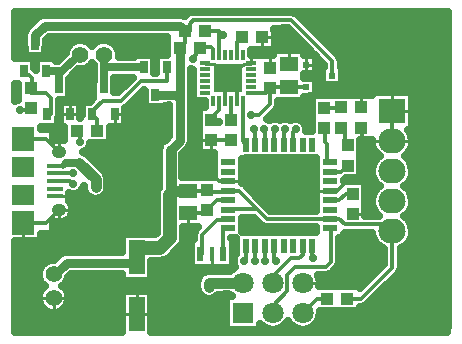
<source format=gbr>
G04 DipTrace 2.4.0.2*
%INTop.gbr*%
%MOIN*%
%ADD13C,0.013*%
%ADD14C,0.0118*%
%ADD15C,0.01*%
%ADD16C,0.025*%
%ADD17C,0.03*%
%ADD18C,0.045*%
%ADD19C,0.035*%
%ADD20C,0.036*%
%ADD21C,0.011*%
%ADD22C,0.02*%
%ADD23R,0.0394X0.0433*%
%ADD24R,0.0591X0.0512*%
%ADD25R,0.0433X0.0394*%
%ADD27R,0.0709X0.0709*%
%ADD28C,0.0709*%
%ADD30C,0.056*%
%ADD32R,0.05X0.022*%
%ADD33R,0.022X0.05*%
%ADD35R,0.0335X0.0118*%
%ADD36R,0.0118X0.0335*%
%ADD37R,0.0965X0.0965*%
%ADD39R,0.0256X0.0413*%
%ADD40R,0.0906X0.0827*%
%ADD41O,0.0906X0.0827*%
%ADD43O,0.0492X0.0413*%
%ADD44R,0.0748X0.0787*%
%ADD45R,0.0531X0.0157*%
%ADD46R,0.0748X0.0709*%
%ADD48R,0.0236X0.0197*%
%ADD49R,0.0236X0.0512*%
%ADD50R,0.0157X0.0512*%
%ADD51R,0.0551X0.1122*%
%ADD53C,0.028*%
%FSLAX44Y44*%
G04*
G70*
G90*
G75*
G01*
%LNTop*%
%LPD*%
X9737Y8436D2*
D13*
X9170D1*
X9160Y8446D1*
X8591D1*
X8540Y8395D1*
X7916Y8248D2*
D14*
X8147D1*
D13*
X8393D1*
X8540Y8395D1*
X6845Y7964D2*
D14*
Y7675D1*
D13*
X6610Y7440D1*
Y7345D1*
X6580D1*
X8540Y8395D2*
Y7880D1*
X8180Y7520D1*
X7910D1*
X6840Y7290D2*
X6635D1*
X6580Y7345D1*
X7738Y3140D2*
Y2688D1*
X7680Y2630D1*
X2200Y6620D2*
Y6895D1*
X2105Y6990D1*
X5810Y4236D2*
X6331D1*
X6430Y4335D1*
X7150Y4673D2*
X6767D1*
X6430Y4335D1*
X323Y6698D2*
X1071D1*
X1504Y6265D1*
X323Y3922D2*
X1072D1*
X1505Y4355D1*
X6365Y9232D2*
D15*
Y9220D1*
X6660D1*
X7140Y8740D1*
X7916Y9232D2*
Y9220D1*
X7670D1*
X7190Y8740D1*
X7140D1*
X7042Y7964D2*
D14*
Y8197D1*
D13*
Y8560D1*
Y8642D1*
X7140Y8740D1*
X7435Y7964D2*
D14*
Y8197D1*
D13*
Y8445D1*
X7140Y8740D1*
X6580Y6675D2*
X7250D1*
X12610Y7640D2*
Y6640D1*
X10530Y4987D2*
X10767D1*
X11060Y5280D1*
X11380D1*
X11620Y5520D1*
Y7055D1*
X11585Y7090D1*
X7150Y8560D2*
X7042D1*
X7150Y5302D2*
X6858D1*
X6390Y5770D1*
X6060D1*
X5094Y9093D2*
Y8640D1*
X4240D1*
X3590Y7990D1*
X2960D1*
X2626Y7656D1*
Y7537D1*
X2775Y6990D2*
Y7389D1*
X2626Y7537D1*
X560Y8405D2*
X620D1*
Y8750D1*
X520Y8850D1*
X336D1*
Y8977D1*
X1126Y7537D2*
X1230D1*
Y8090D1*
X1070Y8250D1*
X560D1*
Y8405D1*
X9942Y3140D2*
Y2768D1*
X9960Y2750D1*
X9627Y3140D2*
Y2857D1*
X9520Y2750D1*
X9240D1*
X8410Y1920D1*
X8630D1*
X7632Y7964D2*
D14*
Y7732D1*
D13*
Y6626D1*
X7738Y6520D1*
X6226Y2890D2*
X6280D1*
Y3500D1*
X6780Y4000D1*
X7107D1*
X7150Y4043D1*
X7435Y9516D2*
D14*
Y9748D1*
D13*
Y9940D1*
X7595Y10100D1*
X11130Y6495D2*
X11095D1*
X11050Y6450D1*
Y7090D1*
X10915D1*
X6974Y2890D2*
Y3728D1*
X7150D1*
X10530Y4673D2*
X10853D1*
X11065Y4885D1*
X11310D1*
X10350Y7755D2*
X10915D1*
Y7760D1*
X8368Y3140D2*
Y2642D1*
X8380Y2630D1*
X8683Y3140D2*
Y2677D1*
X8730Y2630D1*
X1084Y8977D2*
D16*
X1563D1*
X1590Y8950D1*
X1500Y8860D1*
Y8443D1*
X2226Y9522D2*
X2162D1*
X1590Y8950D1*
X3000Y8443D2*
Y9093D1*
X4346D1*
X3014Y9522D2*
X3000Y9508D1*
Y9093D1*
X7238Y7964D2*
D14*
Y7648D1*
D13*
Y7345D1*
X7250D1*
X10530Y5617D2*
X10922D1*
X11130Y5825D1*
X10350Y7085D2*
X10370D1*
Y6600D1*
X10440Y6530D1*
Y5980D1*
X10482D1*
X10530Y5932D1*
X8053Y3140D2*
Y2653D1*
X8030Y2630D1*
X210Y7670D2*
X495D1*
X560Y7735D1*
X10435Y1390D2*
X10100D1*
X9630Y920D1*
X8683Y6520D2*
Y7013D1*
X8700Y7030D1*
X8368Y6520D2*
Y7012D1*
X8350Y7030D1*
X1379Y5566D2*
X1976D1*
X1980Y5570D1*
X8630Y920D2*
Y1140D1*
X9120Y1630D1*
Y2180D1*
X9390Y2450D1*
X10400D1*
X10560Y2610D1*
Y3698D1*
X10530Y3728D1*
X6385Y10320D2*
X6845D1*
Y9516D1*
X8997Y6520D2*
Y6977D1*
X9050Y7030D1*
X6385Y10320D2*
X6810D1*
X6960Y10170D1*
Y10160D1*
X6205Y9740D2*
X6250D1*
X6280Y9770D1*
X6580D1*
D14*
X6648Y9702D1*
Y9516D1*
X9312Y6520D2*
D13*
Y6942D1*
X9400Y7030D1*
X6205Y9740D2*
X6060D1*
Y9510D1*
X5990Y9440D1*
Y9370D1*
X8053Y6520D2*
Y6977D1*
X8000Y7030D1*
X1379Y5310D2*
X1890D1*
X1980Y5220D1*
X5810Y4984D2*
Y4960D1*
X6385D1*
X6430Y5005D1*
X6475D1*
X6530Y4950D1*
X7113D1*
X7150Y4987D1*
X1328Y2194D2*
D17*
X1374D1*
X1760Y2580D1*
X3980D1*
X4100Y2700D1*
Y2766D1*
D18*
Y3090D1*
X4890D1*
X5210Y3410D1*
Y4850D1*
D16*
X5310Y4950D1*
X5810D1*
Y4984D1*
X4720Y8187D2*
D17*
X5391D1*
X5550Y8028D1*
Y6650D1*
X5230Y6330D1*
D19*
Y4984D1*
X5810D1*
X710Y9883D2*
D17*
Y10160D1*
X1030Y10480D1*
X5555D1*
X5715Y10320D1*
D13*
Y9920D1*
X5535Y9740D1*
D17*
X5550Y8028D1*
X5715Y10320D2*
D13*
X5860D1*
Y10550D1*
X5980Y10670D1*
X9250D1*
X10620Y9300D1*
Y8809D1*
X10603D1*
X7150Y4987D2*
X7493D1*
X8120Y4360D1*
X7152D1*
X7150Y4358D1*
X10530Y4043D2*
X8437D1*
X8120Y4360D1*
X10530Y4043D2*
X10857D1*
X11040Y3860D1*
X12610D1*
Y3640D1*
X11105Y1390D2*
X11590D1*
X12620Y2420D1*
Y3630D1*
X12610Y3640D1*
X7630Y1920D2*
D20*
X6510D1*
Y1780D1*
X1379Y5822D2*
D21*
X1652D1*
D22*
X1740Y5910D1*
D16*
X2190D1*
D19*
X2730Y5370D1*
Y5110D1*
D20*
D3*
D53*
X9960Y2750D3*
D20*
X6510Y1780D3*
X4090Y7600D3*
D53*
X9400Y7030D3*
X9050D3*
X8350D3*
X8000D3*
X6840Y7290D3*
X8700Y7030D3*
X8380Y2630D3*
X8030D3*
X7680D3*
X8730D3*
X210Y7670D3*
X2200Y6620D3*
X1980Y5570D3*
Y5220D3*
X6960Y10160D3*
X5990Y9370D3*
D20*
X6060Y5770D3*
D53*
X7910Y7520D3*
D20*
X8540Y4970D3*
X7150Y8560D3*
X6010Y7430D3*
X62Y10706D2*
D16*
X719D1*
X9632D2*
X14442D1*
X62Y10458D2*
X469D1*
X9878D2*
X14442D1*
X62Y10209D2*
X324D1*
X8718D2*
X9293D1*
X10128D2*
X14442D1*
X62Y9960D2*
X321D1*
X1097D2*
X1977D1*
X2476D2*
X2762D1*
X3265D2*
X5082D1*
X8718D2*
X9543D1*
X10378D2*
X14442D1*
X62Y9712D2*
X344D1*
X1078D2*
X1746D1*
X3496D2*
X5082D1*
X8718D2*
X9789D1*
X10624D2*
X14442D1*
X62Y9463D2*
X1602D1*
X3527D2*
X3981D1*
X10871D2*
X14442D1*
X10093Y9214D2*
X10289D1*
X10921D2*
X14442D1*
X2109Y8965D2*
X2637D1*
X10093D2*
X10250D1*
X10960D2*
X14442D1*
X1867Y8717D2*
X2633D1*
X3367D2*
X3899D1*
X10093D2*
X10250D1*
X10960D2*
X14442D1*
X1867Y8468D2*
X2633D1*
X3367D2*
X3649D1*
X10093D2*
X14442D1*
X1867Y8219D2*
X2633D1*
X4238D2*
X4333D1*
X10093D2*
X11918D1*
X13300D2*
X14442D1*
X1535Y7971D2*
X2524D1*
X3988D2*
X4356D1*
X5937D2*
X6352D1*
X8976D2*
X9914D1*
X13300D2*
X14442D1*
X3742Y7722D2*
X5160D1*
X5937D2*
X6145D1*
X8792D2*
X9914D1*
X13300D2*
X14442D1*
X3742Y7473D2*
X5160D1*
X5937D2*
X6145D1*
X8550D2*
X9914D1*
X13300D2*
X14442D1*
X3742Y7225D2*
X5160D1*
X5937D2*
X6145D1*
X9718D2*
X9914D1*
X13300D2*
X14442D1*
X1335Y6976D2*
X1653D1*
X3230D2*
X5160D1*
X5937D2*
X6145D1*
X13203D2*
X14442D1*
X1335Y6727D2*
X1653D1*
X3230D2*
X5090D1*
X5937D2*
X6145D1*
X13296D2*
X14442D1*
X2550Y6479D2*
X4848D1*
X5894D2*
X6145D1*
X11566D2*
X11942D1*
X13281D2*
X14442D1*
X2433Y6230D2*
X4817D1*
X5667D2*
X6660D1*
X11566D2*
X12071D1*
X13148D2*
X14442D1*
X2691Y5981D2*
X4817D1*
X5644D2*
X6660D1*
X7636D2*
X10043D1*
X11566D2*
X12020D1*
X13199D2*
X14442D1*
X2941Y5733D2*
X4817D1*
X5644D2*
X6660D1*
X7636D2*
X10043D1*
X11566D2*
X11926D1*
X13292D2*
X14442D1*
X3124Y5484D2*
X4817D1*
X5644D2*
X6660D1*
X7636D2*
X10043D1*
X11566D2*
X11938D1*
X13281D2*
X14442D1*
X3144Y5235D2*
X4817D1*
X7644D2*
X10043D1*
X11746D2*
X12067D1*
X13152D2*
X14442D1*
X3128Y4986D2*
X4770D1*
X7910D2*
X10043D1*
X11746D2*
X12024D1*
X13195D2*
X14442D1*
X1882Y4738D2*
X2578D1*
X2882D2*
X4746D1*
X8160D2*
X10043D1*
X11746D2*
X11926D1*
X13292D2*
X14442D1*
X1968Y4489D2*
X4746D1*
X8410D2*
X10043D1*
X11746D2*
X11938D1*
X13281D2*
X14442D1*
X1972Y4240D2*
X4746D1*
X11746D2*
X12063D1*
X13156D2*
X14442D1*
X1777Y3992D2*
X4746D1*
X7636D2*
X8071D1*
X13191D2*
X14442D1*
X1335Y3743D2*
X4746D1*
X5671D2*
X6106D1*
X7636D2*
X10043D1*
X13292D2*
X14442D1*
X937Y3494D2*
X3586D1*
X5671D2*
X5977D1*
X11019D2*
X11938D1*
X13285D2*
X14442D1*
X62Y3246D2*
X3586D1*
X5640D2*
X5871D1*
X10863D2*
X12059D1*
X13160D2*
X14442D1*
X62Y2997D2*
X3586D1*
X5441D2*
X5871D1*
X10863D2*
X12317D1*
X12921D2*
X14442D1*
X62Y2748D2*
X1391D1*
X5187D2*
X5871D1*
X10863D2*
X12317D1*
X12921D2*
X14442D1*
X62Y2500D2*
X918D1*
X4613D2*
X5871D1*
X10839D2*
X12281D1*
X12921D2*
X14442D1*
X62Y2251D2*
X813D1*
X4613D2*
X6274D1*
X10621D2*
X12031D1*
X12867D2*
X14442D1*
X62Y2002D2*
X848D1*
X1808D2*
X3586D1*
X4613D2*
X6102D1*
X10214D2*
X11785D1*
X12621D2*
X14442D1*
X62Y1754D2*
X953D1*
X1703D2*
X6094D1*
X12371D2*
X14442D1*
X62Y1505D2*
X821D1*
X1835D2*
X3586D1*
X4613D2*
X6203D1*
X6816D2*
X7219D1*
X12124D2*
X14442D1*
X62Y1256D2*
X832D1*
X1824D2*
X3586D1*
X4613D2*
X7039D1*
X11874D2*
X14442D1*
X62Y1007D2*
X1012D1*
X1644D2*
X3586D1*
X4613D2*
X7039D1*
X11558D2*
X14442D1*
X62Y759D2*
X3586D1*
X4613D2*
X7039D1*
X10199D2*
X14442D1*
X62Y510D2*
X3586D1*
X4613D2*
X7039D1*
X9046D2*
X9211D1*
X10046D2*
X14442D1*
X150Y8021D2*
X154Y8165D1*
X150Y8557D1*
X36Y8558D1*
X35Y7976D1*
X153Y8015D1*
X150Y8225D1*
X6321Y5434D2*
X6688D1*
X6687Y6246D1*
X6170D1*
Y7774D1*
X6377D1*
X6376Y7979D1*
X5984Y7976D1*
X5988Y8520D1*
X5984Y8620D1*
X5988Y8914D1*
X5984Y9017D1*
X5902Y9031D1*
X5913Y8031D1*
Y6650D1*
X5892Y6527D1*
X5817Y6404D1*
X5616Y6203D1*
X5618Y5451D1*
X6318Y5453D1*
Y5433D1*
X11719Y4645D2*
X11720Y4138D1*
X12192D1*
X12111Y4214D1*
X12036Y4314D1*
X11982Y4427D1*
X11951Y4547D1*
X11945Y4672D1*
X11964Y4796D1*
X12007Y4913D1*
X12072Y5019D1*
X12157Y5110D1*
X12198Y5140D1*
X12111Y5214D1*
X12036Y5314D1*
X11982Y5427D1*
X11951Y5547D1*
X11945Y5672D1*
X11964Y5796D1*
X12007Y5913D1*
X12072Y6019D1*
X12157Y6110D1*
X12198Y6140D1*
X12128Y6196D1*
X12049Y6293D1*
X11991Y6403D1*
X11955Y6523D1*
X11944Y6647D1*
X11946Y6681D1*
X11540Y6680D1*
X11536Y6065D1*
X11540Y5505D1*
Y5396D1*
X11091D1*
X11010Y5355D1*
X10993Y5313D1*
X11720Y5314D1*
X11716Y4455D1*
X8950Y7976D2*
Y7966D1*
X8821D1*
X8818Y7880D1*
X8788Y7756D1*
X8802Y7787D1*
X8737Y7683D1*
X8430Y7377D1*
X8524Y7333D1*
X8542Y7346D1*
X8662Y7381D1*
X8786Y7372D1*
X8874Y7333D1*
X8892Y7346D1*
X9012Y7381D1*
X9136Y7372D1*
X9224Y7333D1*
X9242Y7346D1*
X9362Y7381D1*
X9486Y7372D1*
X9599Y7321D1*
X9688Y7234D1*
X9741Y7122D1*
X9753Y7030D1*
X9744Y6980D1*
X9941Y6983D1*
X9944Y7515D1*
X9940Y8075D1*
Y8126D1*
X9666Y8125D1*
X9668Y7977D1*
X8953D1*
X10197Y1895D2*
X10184Y1800D1*
X10865Y1796D1*
X11425Y1800D1*
X11534D1*
Y1726D1*
X12341Y2534D1*
X12342Y3057D1*
X12204Y3132D1*
X12111Y3214D1*
X12036Y3314D1*
X11982Y3427D1*
X11949Y3583D1*
X11036D1*
X10993Y3551D1*
Y3405D1*
X10841D1*
X10838Y2610D1*
X10808Y2486D1*
X10822Y2517D1*
X10757Y2413D1*
X10597Y2253D1*
X10488Y2187D1*
X10519Y2199D1*
X10400Y2172D1*
X10138D1*
X10180Y2058D1*
X10197Y1935D1*
Y1895D1*
X2618Y9229D2*
X2583Y9182D1*
X2487Y9103D1*
X2373Y9051D1*
X2251Y9029D1*
X2154Y9037D1*
X1841Y8723D1*
Y8023D1*
X1509D1*
X1508Y7537D1*
X1482Y7421D1*
X1533Y7418D1*
Y7957D1*
X2215D1*
Y7400D1*
X2285Y7493D1*
Y7957D1*
X2531D1*
X2659Y8082D1*
X2662Y9068D1*
Y9175D1*
X7613Y4083D2*
X7609Y4035D1*
X7613Y3926D1*
Y3601D1*
X8061Y3599D1*
X8170Y3603D1*
X8691Y3599D1*
X8799Y3603D1*
X9320Y3599D1*
X9429Y3603D1*
X9950Y3599D1*
X10069Y3603D1*
X10067Y3768D1*
X9530Y3765D1*
X8437D1*
X8314Y3795D1*
X8344Y3781D1*
X8241Y3846D1*
X8006Y4081D1*
X7616Y4082D1*
X7613Y3720D1*
X7730Y3603D1*
X8376Y3599D1*
X8485Y3603D1*
X9006Y3599D1*
X9114Y3603D1*
X9635Y3599D1*
X9744Y3603D1*
X9994D1*
X10067Y3720D1*
Y3763D1*
X7415Y2861D2*
X7414Y3405D1*
X7250D1*
X7268Y3359D1*
X7305D1*
Y2421D1*
X7389Y2437D1*
X7344Y2523D1*
X7327Y2646D1*
X7355Y2767D1*
X7416Y2862D1*
X10067Y4317D2*
X10071Y4366D1*
X10067Y4475D1*
X10071Y4996D1*
X10067Y5014D1*
X10071Y5940D1*
X10067Y6059D1*
X9619Y6061D1*
X9510Y6057D1*
X8989Y6061D1*
X8881Y6057D1*
X8360Y6061D1*
X8251Y6057D1*
X7730Y6061D1*
X7613Y6056D1*
X7609Y5609D1*
X7613Y5525D1*
X7616Y5235D1*
X7609Y5294D1*
X7613Y5236D1*
Y5294D1*
X1467Y7391D2*
Y7118D1*
X908D1*
X910Y7047D1*
X1311D1*
X1316Y6657D1*
X1413Y6681D1*
X1541Y6684D1*
X1640Y6673D1*
X1675Y6663D1*
X1676Y7115D1*
X1533Y7118D1*
Y7418D1*
X11969Y8266D2*
X13276D1*
Y7014D1*
X13152D1*
X13212Y6916D1*
X13255Y6799D1*
X13275Y6676D1*
X13268Y6540D1*
X13236Y6420D1*
X13180Y6308D1*
X13104Y6209D1*
X13027Y6140D1*
X13130Y6041D1*
X13200Y5938D1*
X13248Y5823D1*
X13276Y5640D1*
X13263Y5516D1*
X13227Y5397D1*
X13167Y5287D1*
X13087Y5191D1*
X13023Y5140D1*
X13130Y5041D1*
X13200Y4938D1*
X13248Y4823D1*
X13276Y4640D1*
X13263Y4516D1*
X13227Y4397D1*
X13167Y4287D1*
X13087Y4191D1*
X13023Y4140D1*
X13130Y4041D1*
X13200Y3938D1*
X13248Y3823D1*
X13276Y3640D1*
X13263Y3516D1*
X13227Y3397D1*
X13167Y3287D1*
X13087Y3191D1*
X12989Y3114D1*
X12895Y3066D1*
X12898Y2420D1*
X12868Y2296D1*
X12882Y2327D1*
X12817Y2223D1*
X11787Y1193D1*
X11678Y1127D1*
X11709Y1139D1*
X11590Y1112D1*
X11531D1*
X11534Y980D1*
X10675Y984D1*
X10197Y980D1*
Y920D1*
X10184Y796D1*
X10143Y678D1*
X10078Y572D1*
X9991Y482D1*
X9887Y414D1*
X9770Y370D1*
X9646Y353D1*
X9522Y363D1*
X9403Y400D1*
X9295Y462D1*
X9203Y547D1*
X9129Y655D1*
X9078Y572D1*
X8991Y482D1*
X8887Y414D1*
X8770Y370D1*
X8646Y353D1*
X8522Y363D1*
X8403Y400D1*
X8295Y462D1*
X8197Y554D1*
Y353D1*
X7063D1*
Y1487D1*
X7262D1*
X7130Y1527D1*
X6807Y1523D1*
X6739Y1460D1*
X6657Y1416D1*
X6567Y1391D1*
X6474Y1389D1*
X6383Y1408D1*
X6299Y1448D1*
X6227Y1507D1*
X6171Y1582D1*
X6134Y1667D1*
X6117Y1780D1*
Y1920D1*
X6128Y2012D1*
X6161Y2100D1*
X6213Y2177D1*
X6281Y2240D1*
X6363Y2284D1*
X6456Y2309D1*
X6885Y2313D1*
X7225D1*
X7345Y2411D1*
X7391Y2431D1*
X7180Y2421D1*
X6643Y2425D1*
X6592Y2421D1*
X5895D1*
Y3359D1*
X6000D1*
X6002Y3500D1*
X6032Y3624D1*
X6018Y3593D1*
X6083Y3697D1*
X6153Y3767D1*
X5647D1*
X5648Y3410D1*
X5630Y3287D1*
X5576Y3170D1*
X5520Y3100D1*
X5200Y2780D1*
X5100Y2706D1*
X4979Y2662D1*
X4890Y2652D1*
X4589D1*
Y1992D1*
X3611D1*
Y2214D1*
X2980Y2217D1*
X1914D1*
X1815Y2122D1*
X1805Y2070D1*
X1759Y1954D1*
X1685Y1854D1*
X1622Y1802D1*
X1704Y1726D1*
X1760Y1644D1*
X1799Y1552D1*
X1819Y1454D1*
X1815Y1332D1*
X1790Y1235D1*
X1746Y1145D1*
X1685Y1066D1*
X1609Y1001D1*
X1522Y953D1*
X1427Y923D1*
X1328Y913D1*
X1228Y924D1*
X1133Y954D1*
X1046Y1002D1*
X970Y1067D1*
X909Y1146D1*
X865Y1236D1*
X841Y1333D1*
X836Y1432D1*
X851Y1531D1*
X886Y1625D1*
X939Y1709D1*
X1008Y1781D1*
X1032Y1800D1*
X923Y1913D1*
X865Y2023D1*
X838Y2145D1*
X841Y2270D1*
X876Y2389D1*
X939Y2497D1*
X1028Y2584D1*
X1135Y2647D1*
X1255Y2681D1*
X1353Y2683D1*
X1503Y2837D1*
X1605Y2908D1*
X1745Y2943D1*
X3608D1*
X3611Y3492D1*
Y3540D1*
X4589D1*
Y3528D1*
X4705D1*
X4771Y3590D1*
X4772Y4850D1*
X4790Y4973D1*
X4844Y5090D1*
X4842Y6330D1*
X4862Y6453D1*
X4920Y6563D1*
X5010Y6649D1*
X5062Y6674D1*
X5186Y6799D1*
X5187Y7826D1*
X5059Y7824D1*
X5061Y7768D1*
X4379D1*
Y8061D1*
X4364Y8117D1*
X4361Y8242D1*
X4380Y8297D1*
X4348Y8355D1*
X3783Y7791D1*
X3715Y7732D1*
Y7118D1*
X3205D1*
X3204Y6580D1*
X2552D1*
X2531Y6498D1*
X2468Y6390D1*
X2372Y6312D1*
X2295Y6285D1*
X2391Y6242D1*
X2464Y6184D1*
X3004Y5644D1*
X3077Y5543D1*
X3114Y5421D1*
X3118Y5370D1*
X3123Y5110D1*
X3103Y4987D1*
X3046Y4877D1*
X2957Y4789D1*
X2846Y4734D1*
X2722Y4717D1*
X2600Y4739D1*
X2490Y4798D1*
X2405Y4889D1*
X2352Y5002D1*
X2337Y5125D1*
X2343Y5152D1*
X2248Y4990D1*
X2152Y4912D1*
X2034Y4871D1*
X1910Y4874D1*
X1856Y4895D1*
X1857Y4634D1*
X1911Y4558D1*
X1949Y4466D1*
X1964Y4355D1*
X1952Y4256D1*
X1917Y4163D1*
X1861Y4080D1*
X1787Y4013D1*
X1699Y3965D1*
X1603Y3940D1*
X1465Y3936D1*
X1375Y3945D1*
X1310Y3965D1*
X1311Y3551D1*
X909D1*
X910Y3316D1*
X35D1*
Y286D1*
X260Y275D1*
X3611D1*
Y1648D1*
X4589D1*
Y274D1*
X14454Y275D1*
X14465Y500D1*
Y10944D1*
X14240Y10955D1*
X46D1*
X35Y10730D1*
Y9397D1*
X677D1*
Y9081D1*
X744Y9019D1*
X743Y9397D1*
X1425D1*
Y9315D1*
X1475D1*
X1735Y9573D1*
X1774Y9718D1*
X1837Y9825D1*
X1926Y9913D1*
X2033Y9976D1*
X2153Y10009D1*
X2278Y10012D1*
X2399Y9984D1*
X2510Y9925D1*
X2617Y9819D1*
X2713Y9913D1*
X2821Y9976D1*
X2941Y10009D1*
X3065Y10012D1*
X3187Y9984D1*
X3297Y9925D1*
X3389Y9841D1*
X3457Y9737D1*
X3497Y9619D1*
X3507Y9522D1*
X3500Y9431D1*
X4004D1*
X4005Y9512D1*
X4687D1*
Y8915D1*
X4753Y8923D1*
Y9512D1*
X5109D1*
X5106Y10117D1*
X1176D1*
X1074Y10011D1*
X1073Y9883D1*
X1050Y9757D1*
X1051Y9463D1*
X369D1*
Y9756D1*
X347Y9883D1*
Y10160D1*
X368Y10283D1*
X443Y10406D1*
X773Y10737D1*
X875Y10808D1*
X1015Y10843D1*
X5555D1*
X5700Y10812D1*
X5743Y10827D1*
X5783Y10867D1*
X5877Y10928D1*
X5980Y10948D1*
X9250D1*
X9374Y10918D1*
X9343Y10932D1*
X9447Y10867D1*
X10817Y9497D1*
X10883Y9388D1*
X10871Y9419D1*
X10898Y9300D1*
Y9116D1*
X10934Y9120D1*
Y8497D1*
X10272D1*
Y9120D1*
X10338D1*
X10342Y9187D1*
X9134Y10393D1*
X8691Y10392D1*
X8694Y10210D1*
Y9690D1*
X7904D1*
Y9501D1*
X8060Y9504D1*
X8296D1*
Y9494D1*
X8651D1*
X8652Y9663D1*
X9668D1*
Y9495D1*
X10032D1*
X10068Y9459D1*
Y8873D1*
X9669D1*
X9668Y8747D1*
X10068D1*
Y8182D1*
X10760Y8184D1*
Y8172D1*
X11345Y8170D1*
X11945D1*
X3341Y8757D2*
Y8265D1*
X3472Y8268D1*
X3960Y8753D1*
X3342Y8755D1*
X7777Y5096D2*
X8551Y4322D1*
X10067Y4320D1*
X10071Y4681D1*
X10067Y4764D1*
Y5625D1*
Y5984D1*
X9950Y6057D1*
X9304Y6061D1*
X9195Y6057D1*
X8674Y6061D1*
X8566Y6057D1*
X8045Y6061D1*
X7936Y6057D1*
X7686D1*
X7613Y5940D1*
Y5315D1*
X11310Y4215D2*
D15*
X11719D1*
X5810Y4236D2*
Y3768D1*
X6580Y6675D2*
Y6246D1*
X6171Y6675D2*
X6580D1*
X8540Y9494D2*
Y9065D1*
X8265Y10100D2*
Y9691D1*
Y10100D2*
X8694D1*
X9630Y1920D2*
X10197D1*
X1328Y1406D2*
Y914D1*
X836Y1406D2*
X1821D1*
X7150Y5302D2*
X7613D1*
X10067Y4987D2*
X10530D1*
X7916Y9504D2*
Y9232D1*
X1874Y7956D2*
Y7537D1*
X1534D2*
X2214D1*
X12610Y8266D2*
Y7640D1*
X13275D1*
X11945Y6640D2*
X13275D1*
X1504Y6684D2*
Y6265D1*
X1505Y4355D2*
Y3936D1*
Y4355D2*
X1963D1*
X323Y3922D2*
Y3316D1*
X1379Y4798D2*
X1857D1*
X9737Y9495D2*
Y8873D1*
Y9184D2*
X10068D1*
X6600Y2890D2*
Y2422D1*
X3374Y7537D2*
Y7118D1*
Y7537D2*
X3714D1*
X4100Y1648D2*
Y874D1*
X3612D2*
X4588D1*
X11585Y7090D2*
Y6681D1*
Y8169D2*
Y7760D1*
X9160Y9662D2*
Y9194D1*
D23*
X560Y7735D3*
Y8405D3*
X6430Y4335D3*
Y5005D3*
X11310Y4215D3*
Y4885D3*
D24*
X5810Y4236D3*
Y4984D3*
D23*
X6580Y6675D3*
Y7345D3*
X7250Y6675D3*
Y7345D3*
X8540Y8395D3*
Y9065D3*
D25*
X7595Y10100D3*
X8265D3*
D27*
X7630Y920D3*
D28*
X8630D3*
X9630D3*
Y1920D3*
X8630D3*
X7630D3*
D30*
X1328Y2194D3*
Y1406D3*
X3014Y9522D3*
X2226D3*
D32*
X7150Y5932D3*
Y5617D3*
Y5302D3*
Y4987D3*
Y4673D3*
Y4358D3*
Y4043D3*
Y3728D3*
D33*
X7738Y3140D3*
X8053D3*
X8368D3*
X8683D3*
X8997D3*
X9312D3*
X9627D3*
X9942D3*
D32*
X10530Y3728D3*
Y4043D3*
Y4358D3*
Y4673D3*
Y4987D3*
Y5302D3*
Y5617D3*
Y5932D3*
D33*
X9942Y6520D3*
X9627D3*
X9312D3*
X8997D3*
X8683D3*
X8368D3*
X8053D3*
X7738D3*
D35*
X6365Y9232D3*
X6364Y9035D3*
Y8838D3*
Y8642D3*
Y8445D3*
Y8248D3*
D36*
X6648Y7964D3*
X6845D3*
X7042D3*
X7238D3*
X7435D3*
X7632D3*
D35*
X7916Y8248D3*
Y8445D3*
Y8642D3*
Y8838D3*
Y9035D3*
Y9232D3*
D36*
X7632Y9516D3*
X7435D3*
X7238D3*
X7042D3*
X6845D3*
X6648D3*
D37*
X7140Y8740D3*
D39*
X1126Y7537D3*
X1874D3*
X1500Y8443D3*
D25*
X5535Y9740D3*
X6205D3*
X5715Y10320D3*
X6385D3*
D40*
X12610Y7640D3*
D41*
Y6640D3*
Y5640D3*
Y4640D3*
Y3640D3*
D43*
X1504Y6265D3*
X1505Y4355D3*
D44*
X323Y6698D3*
Y3922D3*
D45*
X1379Y5822D3*
Y5566D3*
Y5310D3*
Y5054D3*
Y4798D3*
D46*
X325Y5764D3*
Y4858D3*
D48*
X9737Y9184D3*
Y8436D3*
X10603Y8809D3*
D49*
X6226Y2890D3*
D50*
X6600D3*
D49*
X6974D3*
D39*
X336Y8977D3*
X1084D3*
X710Y9883D3*
X2626Y7537D3*
X3374D3*
X3000Y8443D3*
X5094Y9093D3*
X4346D3*
X4720Y8187D3*
D25*
X2105Y6990D3*
X2775D3*
D51*
X4100Y2766D3*
Y874D3*
D23*
X11130Y6495D3*
Y5825D3*
X10350Y7755D3*
Y7085D3*
D25*
X11585Y7090D3*
X10915D3*
X11585Y7760D3*
X10915D3*
X11105Y1390D3*
X10435D3*
D24*
X9160Y9194D3*
Y8446D3*
M02*

</source>
